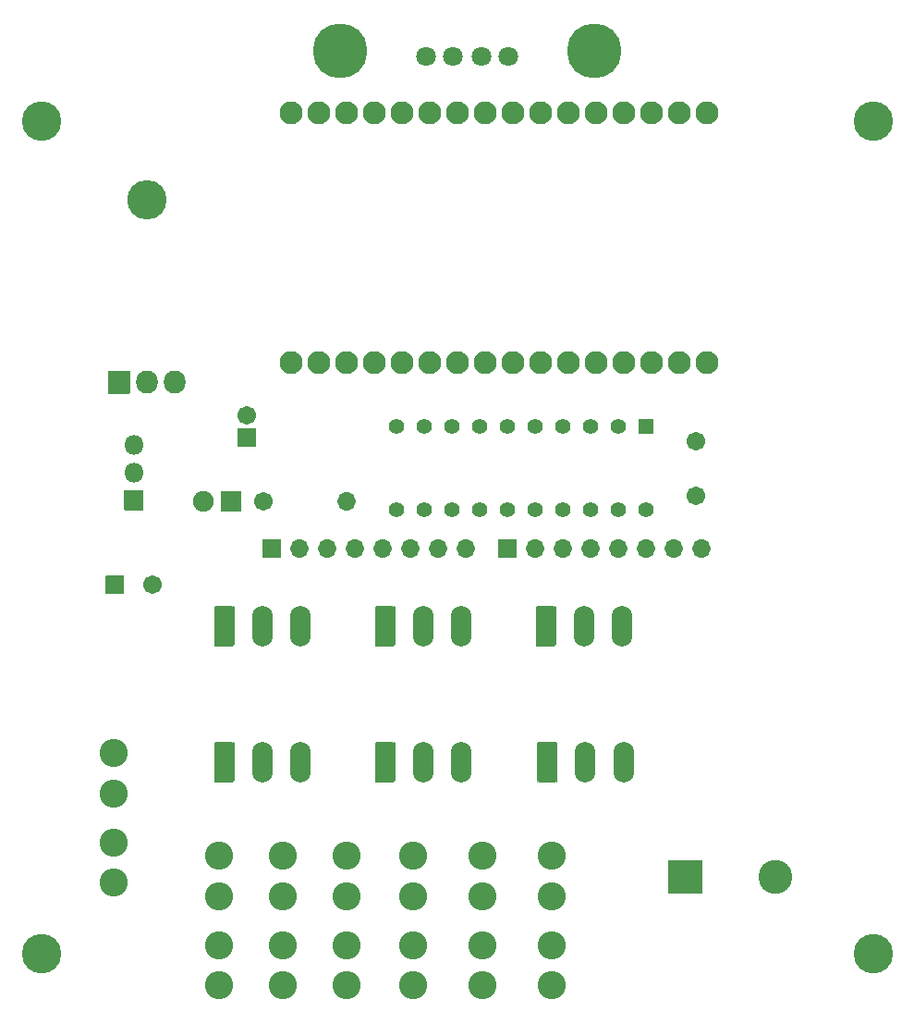
<source format=gbr>
G04 #@! TF.GenerationSoftware,KiCad,Pcbnew,(5.1.10)-1*
G04 #@! TF.CreationDate,2021-09-23T23:44:31-04:00*
G04 #@! TF.ProjectId,LoLin_Pro_Controller,4c6f4c69-6e5f-4507-926f-5f436f6e7472,v2*
G04 #@! TF.SameCoordinates,Original*
G04 #@! TF.FileFunction,Soldermask,Bot*
G04 #@! TF.FilePolarity,Negative*
%FSLAX46Y46*%
G04 Gerber Fmt 4.6, Leading zero omitted, Abs format (unit mm)*
G04 Created by KiCad (PCBNEW (5.1.10)-1) date 2021-09-23 23:44:31*
%MOMM*%
%LPD*%
G01*
G04 APERTURE LIST*
%ADD10C,1.802000*%
%ADD11C,5.000000*%
%ADD12C,2.102000*%
%ADD13C,1.397400*%
%ADD14C,3.102000*%
%ADD15O,1.802000X1.802000*%
%ADD16O,2.007000X2.102000*%
%ADD17O,3.602000X3.602000*%
%ADD18O,1.902000X3.702000*%
%ADD19O,1.702000X1.702000*%
%ADD20C,1.702000*%
%ADD21C,1.902000*%
%ADD22C,3.602000*%
%ADD23C,2.577000*%
%ADD24C,0.100000*%
G04 APERTURE END LIST*
D10*
X155100000Y-45400000D03*
X157600000Y-45400000D03*
X160200000Y-45400000D03*
X162700000Y-45400000D03*
D11*
X147250000Y-44900000D03*
X170550000Y-44900000D03*
D12*
X142720000Y-50550000D03*
X145260000Y-50550000D03*
X147800000Y-50550000D03*
X150340000Y-50550000D03*
X152880000Y-50550000D03*
X155420000Y-50550000D03*
X157960000Y-50550000D03*
X160500000Y-50550000D03*
X163040000Y-50550000D03*
X165580000Y-50550000D03*
X168120000Y-50550000D03*
X170660000Y-50550000D03*
X173200000Y-50550000D03*
X175740000Y-50550000D03*
X178280000Y-50550000D03*
X180820000Y-50550000D03*
X142720000Y-73410000D03*
X145260000Y-73410000D03*
X147800000Y-73410000D03*
X150340000Y-73410000D03*
X152880000Y-73410000D03*
X155420000Y-73410000D03*
X157960000Y-73410000D03*
X160500000Y-73410000D03*
X163040000Y-73410000D03*
X165580000Y-73410000D03*
X168120000Y-73410000D03*
X170660000Y-73410000D03*
X173200000Y-73410000D03*
X175740000Y-73410000D03*
X178280000Y-73410000D03*
X180820000Y-73410000D03*
D13*
X175256000Y-86868000D03*
X172716000Y-86868000D03*
X170176000Y-86868000D03*
X167636000Y-86868000D03*
X165096000Y-86868000D03*
X162556000Y-86868000D03*
X160016000Y-86868000D03*
X157476000Y-86868000D03*
X154936000Y-86868000D03*
X152396000Y-86868000D03*
X152396000Y-79248000D03*
X154936000Y-79248000D03*
X157476000Y-79248000D03*
X160016000Y-79248000D03*
X162556000Y-79248000D03*
X165096000Y-79248000D03*
X167636000Y-79248000D03*
X170176000Y-79248000D03*
X172716000Y-79248000D03*
G36*
G01*
X174608299Y-78549300D02*
X175903701Y-78549300D01*
G75*
G02*
X175954700Y-78600299I0J-50999D01*
G01*
X175954700Y-79895701D01*
G75*
G02*
X175903701Y-79946700I-50999J0D01*
G01*
X174608299Y-79946700D01*
G75*
G02*
X174557300Y-79895701I0J50999D01*
G01*
X174557300Y-78600299D01*
G75*
G02*
X174608299Y-78549300I50999J0D01*
G01*
G37*
G36*
G01*
X177301040Y-121963800D02*
X177301040Y-118963800D01*
G75*
G02*
X177352040Y-118912800I51000J0D01*
G01*
X180352040Y-118912800D01*
G75*
G02*
X180403040Y-118963800I0J-51000D01*
G01*
X180403040Y-121963800D01*
G75*
G02*
X180352040Y-122014800I-51000J0D01*
G01*
X177352040Y-122014800D01*
G75*
G02*
X177301040Y-121963800I0J51000D01*
G01*
G37*
D14*
X187101960Y-120463800D03*
D15*
X128350000Y-80920000D03*
X128350000Y-83460000D03*
G36*
G01*
X129251000Y-85150000D02*
X129251000Y-86850000D01*
G75*
G02*
X129200000Y-86901000I-51000J0D01*
G01*
X127500000Y-86901000D01*
G75*
G02*
X127449000Y-86850000I0J51000D01*
G01*
X127449000Y-85150000D01*
G75*
G02*
X127500000Y-85099000I51000J0D01*
G01*
X129200000Y-85099000D01*
G75*
G02*
X129251000Y-85150000I0J-51000D01*
G01*
G37*
D16*
X132076000Y-75184000D03*
X129536000Y-75184000D03*
G36*
G01*
X125992500Y-76184000D02*
X125992500Y-74184000D01*
G75*
G02*
X126043500Y-74133000I51000J0D01*
G01*
X127948500Y-74133000D01*
G75*
G02*
X127999500Y-74184000I0J-51000D01*
G01*
X127999500Y-76184000D01*
G75*
G02*
X127948500Y-76235000I-51000J0D01*
G01*
X126043500Y-76235000D01*
G75*
G02*
X125992500Y-76184000I0J51000D01*
G01*
G37*
D17*
X129536000Y-58524000D03*
D18*
X173112000Y-97536000D03*
X169612000Y-97536000D03*
G36*
G01*
X165161000Y-99122834D02*
X165161000Y-95949166D01*
G75*
G02*
X165425166Y-95685000I264166J0D01*
G01*
X166798834Y-95685000D01*
G75*
G02*
X167063000Y-95949166I0J-264166D01*
G01*
X167063000Y-99122834D01*
G75*
G02*
X166798834Y-99387000I-264166J0D01*
G01*
X165425166Y-99387000D01*
G75*
G02*
X165161000Y-99122834I0J264166D01*
G01*
G37*
X173224000Y-109982000D03*
X169724000Y-109982000D03*
G36*
G01*
X165273000Y-111568834D02*
X165273000Y-108395166D01*
G75*
G02*
X165537166Y-108131000I264166J0D01*
G01*
X166910834Y-108131000D01*
G75*
G02*
X167175000Y-108395166I0J-264166D01*
G01*
X167175000Y-111568834D01*
G75*
G02*
X166910834Y-111833000I-264166J0D01*
G01*
X165537166Y-111833000D01*
G75*
G02*
X165273000Y-111568834I0J264166D01*
G01*
G37*
D19*
X147824000Y-86106000D03*
D20*
X140204000Y-86106000D03*
D21*
X134710000Y-86106000D03*
G36*
G01*
X138201000Y-85206000D02*
X138201000Y-87006000D01*
G75*
G02*
X138150000Y-87057000I-51000J0D01*
G01*
X136350000Y-87057000D01*
G75*
G02*
X136299000Y-87006000I0J51000D01*
G01*
X136299000Y-85206000D01*
G75*
G02*
X136350000Y-85155000I51000J0D01*
G01*
X138150000Y-85155000D01*
G75*
G02*
X138201000Y-85206000I0J-51000D01*
G01*
G37*
D19*
X180330000Y-90424000D03*
X177790000Y-90424000D03*
X175250000Y-90424000D03*
X172710000Y-90424000D03*
X170170000Y-90424000D03*
X167630000Y-90424000D03*
X165090000Y-90424000D03*
G36*
G01*
X161699000Y-91224000D02*
X161699000Y-89624000D01*
G75*
G02*
X161750000Y-89573000I51000J0D01*
G01*
X163350000Y-89573000D01*
G75*
G02*
X163401000Y-89624000I0J-51000D01*
G01*
X163401000Y-91224000D01*
G75*
G02*
X163350000Y-91275000I-51000J0D01*
G01*
X161750000Y-91275000D01*
G75*
G02*
X161699000Y-91224000I0J51000D01*
G01*
G37*
X158746000Y-90424000D03*
X156206000Y-90424000D03*
X153666000Y-90424000D03*
X151126000Y-90424000D03*
X148586000Y-90424000D03*
X146046000Y-90424000D03*
X143506000Y-90424000D03*
G36*
G01*
X140115000Y-91224000D02*
X140115000Y-89624000D01*
G75*
G02*
X140166000Y-89573000I51000J0D01*
G01*
X141766000Y-89573000D01*
G75*
G02*
X141817000Y-89624000I0J-51000D01*
G01*
X141817000Y-91224000D01*
G75*
G02*
X141766000Y-91275000I-51000J0D01*
G01*
X140166000Y-91275000D01*
G75*
G02*
X140115000Y-91224000I0J51000D01*
G01*
G37*
D20*
X179828000Y-80598000D03*
X179828000Y-85598000D03*
D22*
X119888000Y-51308000D03*
X119888000Y-127508000D03*
X196088000Y-51308000D03*
X196088000Y-127508000D03*
D20*
X130100000Y-93750000D03*
G36*
G01*
X125749000Y-94550000D02*
X125749000Y-92950000D01*
G75*
G02*
X125800000Y-92899000I51000J0D01*
G01*
X127400000Y-92899000D01*
G75*
G02*
X127451000Y-92950000I0J-51000D01*
G01*
X127451000Y-94550000D01*
G75*
G02*
X127400000Y-94601000I-51000J0D01*
G01*
X125800000Y-94601000D01*
G75*
G02*
X125749000Y-94550000I0J51000D01*
G01*
G37*
D23*
X126488000Y-109112000D03*
X126488000Y-121012000D03*
X126488000Y-112812000D03*
X126488000Y-117312000D03*
D18*
X143648000Y-109982000D03*
X140148000Y-109982000D03*
G36*
G01*
X135697000Y-111568834D02*
X135697000Y-108395166D01*
G75*
G02*
X135961166Y-108131000I264166J0D01*
G01*
X137334834Y-108131000D01*
G75*
G02*
X137599000Y-108395166I0J-264166D01*
G01*
X137599000Y-111568834D01*
G75*
G02*
X137334834Y-111833000I-264166J0D01*
G01*
X135961166Y-111833000D01*
G75*
G02*
X135697000Y-111568834I0J264166D01*
G01*
G37*
D23*
X136140000Y-118510000D03*
X136140000Y-130410000D03*
X136140000Y-122210000D03*
X136140000Y-126710000D03*
X166620000Y-118510000D03*
X166620000Y-130410000D03*
X166620000Y-122210000D03*
X166620000Y-126710000D03*
X160270000Y-118510000D03*
X160270000Y-130410000D03*
X160270000Y-122210000D03*
X160270000Y-126710000D03*
X153920000Y-118510000D03*
X153920000Y-130410000D03*
X153920000Y-122210000D03*
X153920000Y-126710000D03*
X147824000Y-118510000D03*
X147824000Y-130410000D03*
X147824000Y-122210000D03*
X147824000Y-126710000D03*
X141982000Y-118510000D03*
X141982000Y-130410000D03*
X141982000Y-122210000D03*
X141982000Y-126710000D03*
D18*
X158380000Y-109982000D03*
X154880000Y-109982000D03*
G36*
G01*
X150429000Y-111568834D02*
X150429000Y-108395166D01*
G75*
G02*
X150693166Y-108131000I264166J0D01*
G01*
X152066834Y-108131000D01*
G75*
G02*
X152331000Y-108395166I0J-264166D01*
G01*
X152331000Y-111568834D01*
G75*
G02*
X152066834Y-111833000I-264166J0D01*
G01*
X150693166Y-111833000D01*
G75*
G02*
X150429000Y-111568834I0J264166D01*
G01*
G37*
X158380000Y-97536000D03*
X154880000Y-97536000D03*
G36*
G01*
X150429000Y-99122834D02*
X150429000Y-95949166D01*
G75*
G02*
X150693166Y-95685000I264166J0D01*
G01*
X152066834Y-95685000D01*
G75*
G02*
X152331000Y-95949166I0J-264166D01*
G01*
X152331000Y-99122834D01*
G75*
G02*
X152066834Y-99387000I-264166J0D01*
G01*
X150693166Y-99387000D01*
G75*
G02*
X150429000Y-99122834I0J264166D01*
G01*
G37*
X143648000Y-97536000D03*
X140148000Y-97536000D03*
G36*
G01*
X135697000Y-99122834D02*
X135697000Y-95949166D01*
G75*
G02*
X135961166Y-95685000I264166J0D01*
G01*
X137334834Y-95685000D01*
G75*
G02*
X137599000Y-95949166I0J-264166D01*
G01*
X137599000Y-99122834D01*
G75*
G02*
X137334834Y-99387000I-264166J0D01*
G01*
X135961166Y-99387000D01*
G75*
G02*
X135697000Y-99122834I0J264166D01*
G01*
G37*
D20*
X138680000Y-78232000D03*
G36*
G01*
X139480000Y-81083000D02*
X137880000Y-81083000D01*
G75*
G02*
X137829000Y-81032000I0J51000D01*
G01*
X137829000Y-79432000D01*
G75*
G02*
X137880000Y-79381000I51000J0D01*
G01*
X139480000Y-79381000D01*
G75*
G02*
X139531000Y-79432000I0J-51000D01*
G01*
X139531000Y-81032000D01*
G75*
G02*
X139480000Y-81083000I-51000J0D01*
G01*
G37*
D24*
G36*
X165274990Y-111568638D02*
G01*
X165280046Y-111619975D01*
X165294965Y-111669157D01*
X165319191Y-111714481D01*
X165351793Y-111754207D01*
X165391519Y-111786809D01*
X165436843Y-111811035D01*
X165486025Y-111825954D01*
X165537362Y-111831010D01*
X165538988Y-111832175D01*
X165538792Y-111834165D01*
X165537166Y-111835000D01*
X165453029Y-111835000D01*
X165452833Y-111834990D01*
X165412889Y-111831056D01*
X165412504Y-111830980D01*
X165379995Y-111821119D01*
X165379633Y-111820969D01*
X165349675Y-111804955D01*
X165349349Y-111804737D01*
X165323090Y-111783187D01*
X165322813Y-111782910D01*
X165301263Y-111756651D01*
X165301045Y-111756325D01*
X165285031Y-111726367D01*
X165284881Y-111726005D01*
X165275020Y-111693496D01*
X165274944Y-111693111D01*
X165271010Y-111653167D01*
X165271000Y-111652971D01*
X165271000Y-111568834D01*
X165272000Y-111567102D01*
X165274000Y-111567102D01*
X165274990Y-111568638D01*
G37*
G36*
X150430990Y-111568638D02*
G01*
X150436046Y-111619975D01*
X150450965Y-111669157D01*
X150475191Y-111714481D01*
X150507793Y-111754207D01*
X150547519Y-111786809D01*
X150592843Y-111811035D01*
X150642025Y-111825954D01*
X150693362Y-111831010D01*
X150694988Y-111832175D01*
X150694792Y-111834165D01*
X150693166Y-111835000D01*
X150609029Y-111835000D01*
X150608833Y-111834990D01*
X150568889Y-111831056D01*
X150568504Y-111830980D01*
X150535995Y-111821119D01*
X150535633Y-111820969D01*
X150505675Y-111804955D01*
X150505349Y-111804737D01*
X150479090Y-111783187D01*
X150478813Y-111782910D01*
X150457263Y-111756651D01*
X150457045Y-111756325D01*
X150441031Y-111726367D01*
X150440881Y-111726005D01*
X150431020Y-111693496D01*
X150430944Y-111693111D01*
X150427010Y-111653167D01*
X150427000Y-111652971D01*
X150427000Y-111568834D01*
X150428000Y-111567102D01*
X150430000Y-111567102D01*
X150430990Y-111568638D01*
G37*
G36*
X167176165Y-111567208D02*
G01*
X167177000Y-111568834D01*
X167177000Y-111652971D01*
X167176990Y-111653167D01*
X167173056Y-111693111D01*
X167172980Y-111693496D01*
X167163119Y-111726005D01*
X167162969Y-111726367D01*
X167146955Y-111756325D01*
X167146737Y-111756651D01*
X167125187Y-111782910D01*
X167124910Y-111783187D01*
X167098651Y-111804737D01*
X167098325Y-111804955D01*
X167068367Y-111820969D01*
X167068005Y-111821119D01*
X167035496Y-111830980D01*
X167035111Y-111831056D01*
X166995167Y-111834990D01*
X166994971Y-111835000D01*
X166910834Y-111835000D01*
X166909102Y-111834000D01*
X166909102Y-111832000D01*
X166910638Y-111831010D01*
X166961975Y-111825954D01*
X167011157Y-111811035D01*
X167056481Y-111786809D01*
X167096207Y-111754207D01*
X167128809Y-111714481D01*
X167153035Y-111669157D01*
X167167954Y-111619975D01*
X167173010Y-111568638D01*
X167174175Y-111567012D01*
X167176165Y-111567208D01*
G37*
G36*
X137600165Y-111567208D02*
G01*
X137601000Y-111568834D01*
X137601000Y-111652971D01*
X137600990Y-111653167D01*
X137597056Y-111693111D01*
X137596980Y-111693496D01*
X137587119Y-111726005D01*
X137586969Y-111726367D01*
X137570955Y-111756325D01*
X137570737Y-111756651D01*
X137549187Y-111782910D01*
X137548910Y-111783187D01*
X137522651Y-111804737D01*
X137522325Y-111804955D01*
X137492367Y-111820969D01*
X137492005Y-111821119D01*
X137459496Y-111830980D01*
X137459111Y-111831056D01*
X137419167Y-111834990D01*
X137418971Y-111835000D01*
X137334834Y-111835000D01*
X137333102Y-111834000D01*
X137333102Y-111832000D01*
X137334638Y-111831010D01*
X137385975Y-111825954D01*
X137435157Y-111811035D01*
X137480481Y-111786809D01*
X137520207Y-111754207D01*
X137552809Y-111714481D01*
X137577035Y-111669157D01*
X137591954Y-111619975D01*
X137597010Y-111568638D01*
X137598175Y-111567012D01*
X137600165Y-111567208D01*
G37*
G36*
X152332165Y-111567208D02*
G01*
X152333000Y-111568834D01*
X152333000Y-111652971D01*
X152332990Y-111653167D01*
X152329056Y-111693111D01*
X152328980Y-111693496D01*
X152319119Y-111726005D01*
X152318969Y-111726367D01*
X152302955Y-111756325D01*
X152302737Y-111756651D01*
X152281187Y-111782910D01*
X152280910Y-111783187D01*
X152254651Y-111804737D01*
X152254325Y-111804955D01*
X152224367Y-111820969D01*
X152224005Y-111821119D01*
X152191496Y-111830980D01*
X152191111Y-111831056D01*
X152151167Y-111834990D01*
X152150971Y-111835000D01*
X152066834Y-111835000D01*
X152065102Y-111834000D01*
X152065102Y-111832000D01*
X152066638Y-111831010D01*
X152117975Y-111825954D01*
X152167157Y-111811035D01*
X152212481Y-111786809D01*
X152252207Y-111754207D01*
X152284809Y-111714481D01*
X152309035Y-111669157D01*
X152323954Y-111619975D01*
X152329010Y-111568638D01*
X152330175Y-111567012D01*
X152332165Y-111567208D01*
G37*
G36*
X135698990Y-111568638D02*
G01*
X135704046Y-111619975D01*
X135718965Y-111669157D01*
X135743191Y-111714481D01*
X135775793Y-111754207D01*
X135815519Y-111786809D01*
X135860843Y-111811035D01*
X135910025Y-111825954D01*
X135961362Y-111831010D01*
X135962988Y-111832175D01*
X135962792Y-111834165D01*
X135961166Y-111835000D01*
X135877029Y-111835000D01*
X135876833Y-111834990D01*
X135836889Y-111831056D01*
X135836504Y-111830980D01*
X135803995Y-111821119D01*
X135803633Y-111820969D01*
X135773675Y-111804955D01*
X135773349Y-111804737D01*
X135747090Y-111783187D01*
X135746813Y-111782910D01*
X135725263Y-111756651D01*
X135725045Y-111756325D01*
X135709031Y-111726367D01*
X135708881Y-111726005D01*
X135699020Y-111693496D01*
X135698944Y-111693111D01*
X135695010Y-111653167D01*
X135695000Y-111652971D01*
X135695000Y-111568834D01*
X135696000Y-111567102D01*
X135698000Y-111567102D01*
X135698990Y-111568638D01*
G37*
G36*
X165538898Y-108130000D02*
G01*
X165538898Y-108132000D01*
X165537362Y-108132990D01*
X165486025Y-108138046D01*
X165436843Y-108152965D01*
X165391519Y-108177191D01*
X165351793Y-108209793D01*
X165319191Y-108249519D01*
X165294965Y-108294843D01*
X165280046Y-108344025D01*
X165274990Y-108395362D01*
X165273825Y-108396988D01*
X165271835Y-108396792D01*
X165271000Y-108395166D01*
X165271000Y-108311029D01*
X165271010Y-108310833D01*
X165274944Y-108270889D01*
X165275020Y-108270504D01*
X165284881Y-108237995D01*
X165285031Y-108237633D01*
X165301045Y-108207675D01*
X165301263Y-108207349D01*
X165322813Y-108181090D01*
X165323090Y-108180813D01*
X165349349Y-108159263D01*
X165349675Y-108159045D01*
X165379633Y-108143031D01*
X165379995Y-108142881D01*
X165412504Y-108133020D01*
X165412889Y-108132944D01*
X165452833Y-108129010D01*
X165453029Y-108129000D01*
X165537166Y-108129000D01*
X165538898Y-108130000D01*
G37*
G36*
X150694898Y-108130000D02*
G01*
X150694898Y-108132000D01*
X150693362Y-108132990D01*
X150642025Y-108138046D01*
X150592843Y-108152965D01*
X150547519Y-108177191D01*
X150507793Y-108209793D01*
X150475191Y-108249519D01*
X150450965Y-108294843D01*
X150436046Y-108344025D01*
X150430990Y-108395362D01*
X150429825Y-108396988D01*
X150427835Y-108396792D01*
X150427000Y-108395166D01*
X150427000Y-108311029D01*
X150427010Y-108310833D01*
X150430944Y-108270889D01*
X150431020Y-108270504D01*
X150440881Y-108237995D01*
X150441031Y-108237633D01*
X150457045Y-108207675D01*
X150457263Y-108207349D01*
X150478813Y-108181090D01*
X150479090Y-108180813D01*
X150505349Y-108159263D01*
X150505675Y-108159045D01*
X150535633Y-108143031D01*
X150535995Y-108142881D01*
X150568504Y-108133020D01*
X150568889Y-108132944D01*
X150608833Y-108129010D01*
X150609029Y-108129000D01*
X150693166Y-108129000D01*
X150694898Y-108130000D01*
G37*
G36*
X135962898Y-108130000D02*
G01*
X135962898Y-108132000D01*
X135961362Y-108132990D01*
X135910025Y-108138046D01*
X135860843Y-108152965D01*
X135815519Y-108177191D01*
X135775793Y-108209793D01*
X135743191Y-108249519D01*
X135718965Y-108294843D01*
X135704046Y-108344025D01*
X135698990Y-108395362D01*
X135697825Y-108396988D01*
X135695835Y-108396792D01*
X135695000Y-108395166D01*
X135695000Y-108311029D01*
X135695010Y-108310833D01*
X135698944Y-108270889D01*
X135699020Y-108270504D01*
X135708881Y-108237995D01*
X135709031Y-108237633D01*
X135725045Y-108207675D01*
X135725263Y-108207349D01*
X135746813Y-108181090D01*
X135747090Y-108180813D01*
X135773349Y-108159263D01*
X135773675Y-108159045D01*
X135803633Y-108143031D01*
X135803995Y-108142881D01*
X135836504Y-108133020D01*
X135836889Y-108132944D01*
X135876833Y-108129010D01*
X135877029Y-108129000D01*
X135961166Y-108129000D01*
X135962898Y-108130000D01*
G37*
G36*
X137419167Y-108129010D02*
G01*
X137459111Y-108132944D01*
X137459496Y-108133020D01*
X137492005Y-108142881D01*
X137492367Y-108143031D01*
X137522325Y-108159045D01*
X137522651Y-108159263D01*
X137548910Y-108180813D01*
X137549187Y-108181090D01*
X137570737Y-108207349D01*
X137570955Y-108207675D01*
X137586969Y-108237633D01*
X137587119Y-108237995D01*
X137596980Y-108270504D01*
X137597056Y-108270889D01*
X137600990Y-108310833D01*
X137601000Y-108311029D01*
X137601000Y-108395166D01*
X137600000Y-108396898D01*
X137598000Y-108396898D01*
X137597010Y-108395362D01*
X137591954Y-108344025D01*
X137577035Y-108294843D01*
X137552809Y-108249519D01*
X137520207Y-108209793D01*
X137480481Y-108177191D01*
X137435157Y-108152965D01*
X137385975Y-108138046D01*
X137334638Y-108132990D01*
X137333012Y-108131825D01*
X137333208Y-108129835D01*
X137334834Y-108129000D01*
X137418971Y-108129000D01*
X137419167Y-108129010D01*
G37*
G36*
X166995167Y-108129010D02*
G01*
X167035111Y-108132944D01*
X167035496Y-108133020D01*
X167068005Y-108142881D01*
X167068367Y-108143031D01*
X167098325Y-108159045D01*
X167098651Y-108159263D01*
X167124910Y-108180813D01*
X167125187Y-108181090D01*
X167146737Y-108207349D01*
X167146955Y-108207675D01*
X167162969Y-108237633D01*
X167163119Y-108237995D01*
X167172980Y-108270504D01*
X167173056Y-108270889D01*
X167176990Y-108310833D01*
X167177000Y-108311029D01*
X167177000Y-108395166D01*
X167176000Y-108396898D01*
X167174000Y-108396898D01*
X167173010Y-108395362D01*
X167167954Y-108344025D01*
X167153035Y-108294843D01*
X167128809Y-108249519D01*
X167096207Y-108209793D01*
X167056481Y-108177191D01*
X167011157Y-108152965D01*
X166961975Y-108138046D01*
X166910638Y-108132990D01*
X166909012Y-108131825D01*
X166909208Y-108129835D01*
X166910834Y-108129000D01*
X166994971Y-108129000D01*
X166995167Y-108129010D01*
G37*
G36*
X152151167Y-108129010D02*
G01*
X152191111Y-108132944D01*
X152191496Y-108133020D01*
X152224005Y-108142881D01*
X152224367Y-108143031D01*
X152254325Y-108159045D01*
X152254651Y-108159263D01*
X152280910Y-108180813D01*
X152281187Y-108181090D01*
X152302737Y-108207349D01*
X152302955Y-108207675D01*
X152318969Y-108237633D01*
X152319119Y-108237995D01*
X152328980Y-108270504D01*
X152329056Y-108270889D01*
X152332990Y-108310833D01*
X152333000Y-108311029D01*
X152333000Y-108395166D01*
X152332000Y-108396898D01*
X152330000Y-108396898D01*
X152329010Y-108395362D01*
X152323954Y-108344025D01*
X152309035Y-108294843D01*
X152284809Y-108249519D01*
X152252207Y-108209793D01*
X152212481Y-108177191D01*
X152167157Y-108152965D01*
X152117975Y-108138046D01*
X152066638Y-108132990D01*
X152065012Y-108131825D01*
X152065208Y-108129835D01*
X152066834Y-108129000D01*
X152150971Y-108129000D01*
X152151167Y-108129010D01*
G37*
G36*
X167064165Y-99121208D02*
G01*
X167065000Y-99122834D01*
X167065000Y-99206971D01*
X167064990Y-99207167D01*
X167061056Y-99247111D01*
X167060980Y-99247496D01*
X167051119Y-99280005D01*
X167050969Y-99280367D01*
X167034955Y-99310325D01*
X167034737Y-99310651D01*
X167013187Y-99336910D01*
X167012910Y-99337187D01*
X166986651Y-99358737D01*
X166986325Y-99358955D01*
X166956367Y-99374969D01*
X166956005Y-99375119D01*
X166923496Y-99384980D01*
X166923111Y-99385056D01*
X166883167Y-99388990D01*
X166882971Y-99389000D01*
X166798834Y-99389000D01*
X166797102Y-99388000D01*
X166797102Y-99386000D01*
X166798638Y-99385010D01*
X166849975Y-99379954D01*
X166899157Y-99365035D01*
X166944481Y-99340809D01*
X166984207Y-99308207D01*
X167016809Y-99268481D01*
X167041035Y-99223157D01*
X167055954Y-99173975D01*
X167061010Y-99122638D01*
X167062175Y-99121012D01*
X167064165Y-99121208D01*
G37*
G36*
X165162990Y-99122638D02*
G01*
X165168046Y-99173975D01*
X165182965Y-99223157D01*
X165207191Y-99268481D01*
X165239793Y-99308207D01*
X165279519Y-99340809D01*
X165324843Y-99365035D01*
X165374025Y-99379954D01*
X165425362Y-99385010D01*
X165426988Y-99386175D01*
X165426792Y-99388165D01*
X165425166Y-99389000D01*
X165341029Y-99389000D01*
X165340833Y-99388990D01*
X165300889Y-99385056D01*
X165300504Y-99384980D01*
X165267995Y-99375119D01*
X165267633Y-99374969D01*
X165237675Y-99358955D01*
X165237349Y-99358737D01*
X165211090Y-99337187D01*
X165210813Y-99336910D01*
X165189263Y-99310651D01*
X165189045Y-99310325D01*
X165173031Y-99280367D01*
X165172881Y-99280005D01*
X165163020Y-99247496D01*
X165162944Y-99247111D01*
X165159010Y-99207167D01*
X165159000Y-99206971D01*
X165159000Y-99122834D01*
X165160000Y-99121102D01*
X165162000Y-99121102D01*
X165162990Y-99122638D01*
G37*
G36*
X135698990Y-99122638D02*
G01*
X135704046Y-99173975D01*
X135718965Y-99223157D01*
X135743191Y-99268481D01*
X135775793Y-99308207D01*
X135815519Y-99340809D01*
X135860843Y-99365035D01*
X135910025Y-99379954D01*
X135961362Y-99385010D01*
X135962988Y-99386175D01*
X135962792Y-99388165D01*
X135961166Y-99389000D01*
X135877029Y-99389000D01*
X135876833Y-99388990D01*
X135836889Y-99385056D01*
X135836504Y-99384980D01*
X135803995Y-99375119D01*
X135803633Y-99374969D01*
X135773675Y-99358955D01*
X135773349Y-99358737D01*
X135747090Y-99337187D01*
X135746813Y-99336910D01*
X135725263Y-99310651D01*
X135725045Y-99310325D01*
X135709031Y-99280367D01*
X135708881Y-99280005D01*
X135699020Y-99247496D01*
X135698944Y-99247111D01*
X135695010Y-99207167D01*
X135695000Y-99206971D01*
X135695000Y-99122834D01*
X135696000Y-99121102D01*
X135698000Y-99121102D01*
X135698990Y-99122638D01*
G37*
G36*
X150430990Y-99122638D02*
G01*
X150436046Y-99173975D01*
X150450965Y-99223157D01*
X150475191Y-99268481D01*
X150507793Y-99308207D01*
X150547519Y-99340809D01*
X150592843Y-99365035D01*
X150642025Y-99379954D01*
X150693362Y-99385010D01*
X150694988Y-99386175D01*
X150694792Y-99388165D01*
X150693166Y-99389000D01*
X150609029Y-99389000D01*
X150608833Y-99388990D01*
X150568889Y-99385056D01*
X150568504Y-99384980D01*
X150535995Y-99375119D01*
X150535633Y-99374969D01*
X150505675Y-99358955D01*
X150505349Y-99358737D01*
X150479090Y-99337187D01*
X150478813Y-99336910D01*
X150457263Y-99310651D01*
X150457045Y-99310325D01*
X150441031Y-99280367D01*
X150440881Y-99280005D01*
X150431020Y-99247496D01*
X150430944Y-99247111D01*
X150427010Y-99207167D01*
X150427000Y-99206971D01*
X150427000Y-99122834D01*
X150428000Y-99121102D01*
X150430000Y-99121102D01*
X150430990Y-99122638D01*
G37*
G36*
X152332165Y-99121208D02*
G01*
X152333000Y-99122834D01*
X152333000Y-99206971D01*
X152332990Y-99207167D01*
X152329056Y-99247111D01*
X152328980Y-99247496D01*
X152319119Y-99280005D01*
X152318969Y-99280367D01*
X152302955Y-99310325D01*
X152302737Y-99310651D01*
X152281187Y-99336910D01*
X152280910Y-99337187D01*
X152254651Y-99358737D01*
X152254325Y-99358955D01*
X152224367Y-99374969D01*
X152224005Y-99375119D01*
X152191496Y-99384980D01*
X152191111Y-99385056D01*
X152151167Y-99388990D01*
X152150971Y-99389000D01*
X152066834Y-99389000D01*
X152065102Y-99388000D01*
X152065102Y-99386000D01*
X152066638Y-99385010D01*
X152117975Y-99379954D01*
X152167157Y-99365035D01*
X152212481Y-99340809D01*
X152252207Y-99308207D01*
X152284809Y-99268481D01*
X152309035Y-99223157D01*
X152323954Y-99173975D01*
X152329010Y-99122638D01*
X152330175Y-99121012D01*
X152332165Y-99121208D01*
G37*
G36*
X137600165Y-99121208D02*
G01*
X137601000Y-99122834D01*
X137601000Y-99206971D01*
X137600990Y-99207167D01*
X137597056Y-99247111D01*
X137596980Y-99247496D01*
X137587119Y-99280005D01*
X137586969Y-99280367D01*
X137570955Y-99310325D01*
X137570737Y-99310651D01*
X137549187Y-99336910D01*
X137548910Y-99337187D01*
X137522651Y-99358737D01*
X137522325Y-99358955D01*
X137492367Y-99374969D01*
X137492005Y-99375119D01*
X137459496Y-99384980D01*
X137459111Y-99385056D01*
X137419167Y-99388990D01*
X137418971Y-99389000D01*
X137334834Y-99389000D01*
X137333102Y-99388000D01*
X137333102Y-99386000D01*
X137334638Y-99385010D01*
X137385975Y-99379954D01*
X137435157Y-99365035D01*
X137480481Y-99340809D01*
X137520207Y-99308207D01*
X137552809Y-99268481D01*
X137577035Y-99223157D01*
X137591954Y-99173975D01*
X137597010Y-99122638D01*
X137598175Y-99121012D01*
X137600165Y-99121208D01*
G37*
G36*
X135962898Y-95684000D02*
G01*
X135962898Y-95686000D01*
X135961362Y-95686990D01*
X135910025Y-95692046D01*
X135860843Y-95706965D01*
X135815519Y-95731191D01*
X135775793Y-95763793D01*
X135743191Y-95803519D01*
X135718965Y-95848843D01*
X135704046Y-95898025D01*
X135698990Y-95949362D01*
X135697825Y-95950988D01*
X135695835Y-95950792D01*
X135695000Y-95949166D01*
X135695000Y-95865029D01*
X135695010Y-95864833D01*
X135698944Y-95824889D01*
X135699020Y-95824504D01*
X135708881Y-95791995D01*
X135709031Y-95791633D01*
X135725045Y-95761675D01*
X135725263Y-95761349D01*
X135746813Y-95735090D01*
X135747090Y-95734813D01*
X135773349Y-95713263D01*
X135773675Y-95713045D01*
X135803633Y-95697031D01*
X135803995Y-95696881D01*
X135836504Y-95687020D01*
X135836889Y-95686944D01*
X135876833Y-95683010D01*
X135877029Y-95683000D01*
X135961166Y-95683000D01*
X135962898Y-95684000D01*
G37*
G36*
X150694898Y-95684000D02*
G01*
X150694898Y-95686000D01*
X150693362Y-95686990D01*
X150642025Y-95692046D01*
X150592843Y-95706965D01*
X150547519Y-95731191D01*
X150507793Y-95763793D01*
X150475191Y-95803519D01*
X150450965Y-95848843D01*
X150436046Y-95898025D01*
X150430990Y-95949362D01*
X150429825Y-95950988D01*
X150427835Y-95950792D01*
X150427000Y-95949166D01*
X150427000Y-95865029D01*
X150427010Y-95864833D01*
X150430944Y-95824889D01*
X150431020Y-95824504D01*
X150440881Y-95791995D01*
X150441031Y-95791633D01*
X150457045Y-95761675D01*
X150457263Y-95761349D01*
X150478813Y-95735090D01*
X150479090Y-95734813D01*
X150505349Y-95713263D01*
X150505675Y-95713045D01*
X150535633Y-95697031D01*
X150535995Y-95696881D01*
X150568504Y-95687020D01*
X150568889Y-95686944D01*
X150608833Y-95683010D01*
X150609029Y-95683000D01*
X150693166Y-95683000D01*
X150694898Y-95684000D01*
G37*
G36*
X165426898Y-95684000D02*
G01*
X165426898Y-95686000D01*
X165425362Y-95686990D01*
X165374025Y-95692046D01*
X165324843Y-95706965D01*
X165279519Y-95731191D01*
X165239793Y-95763793D01*
X165207191Y-95803519D01*
X165182965Y-95848843D01*
X165168046Y-95898025D01*
X165162990Y-95949362D01*
X165161825Y-95950988D01*
X165159835Y-95950792D01*
X165159000Y-95949166D01*
X165159000Y-95865029D01*
X165159010Y-95864833D01*
X165162944Y-95824889D01*
X165163020Y-95824504D01*
X165172881Y-95791995D01*
X165173031Y-95791633D01*
X165189045Y-95761675D01*
X165189263Y-95761349D01*
X165210813Y-95735090D01*
X165211090Y-95734813D01*
X165237349Y-95713263D01*
X165237675Y-95713045D01*
X165267633Y-95697031D01*
X165267995Y-95696881D01*
X165300504Y-95687020D01*
X165300889Y-95686944D01*
X165340833Y-95683010D01*
X165341029Y-95683000D01*
X165425166Y-95683000D01*
X165426898Y-95684000D01*
G37*
G36*
X137419167Y-95683010D02*
G01*
X137459111Y-95686944D01*
X137459496Y-95687020D01*
X137492005Y-95696881D01*
X137492367Y-95697031D01*
X137522325Y-95713045D01*
X137522651Y-95713263D01*
X137548910Y-95734813D01*
X137549187Y-95735090D01*
X137570737Y-95761349D01*
X137570955Y-95761675D01*
X137586969Y-95791633D01*
X137587119Y-95791995D01*
X137596980Y-95824504D01*
X137597056Y-95824889D01*
X137600990Y-95864833D01*
X137601000Y-95865029D01*
X137601000Y-95949166D01*
X137600000Y-95950898D01*
X137598000Y-95950898D01*
X137597010Y-95949362D01*
X137591954Y-95898025D01*
X137577035Y-95848843D01*
X137552809Y-95803519D01*
X137520207Y-95763793D01*
X137480481Y-95731191D01*
X137435157Y-95706965D01*
X137385975Y-95692046D01*
X137334638Y-95686990D01*
X137333012Y-95685825D01*
X137333208Y-95683835D01*
X137334834Y-95683000D01*
X137418971Y-95683000D01*
X137419167Y-95683010D01*
G37*
G36*
X152151167Y-95683010D02*
G01*
X152191111Y-95686944D01*
X152191496Y-95687020D01*
X152224005Y-95696881D01*
X152224367Y-95697031D01*
X152254325Y-95713045D01*
X152254651Y-95713263D01*
X152280910Y-95734813D01*
X152281187Y-95735090D01*
X152302737Y-95761349D01*
X152302955Y-95761675D01*
X152318969Y-95791633D01*
X152319119Y-95791995D01*
X152328980Y-95824504D01*
X152329056Y-95824889D01*
X152332990Y-95864833D01*
X152333000Y-95865029D01*
X152333000Y-95949166D01*
X152332000Y-95950898D01*
X152330000Y-95950898D01*
X152329010Y-95949362D01*
X152323954Y-95898025D01*
X152309035Y-95848843D01*
X152284809Y-95803519D01*
X152252207Y-95763793D01*
X152212481Y-95731191D01*
X152167157Y-95706965D01*
X152117975Y-95692046D01*
X152066638Y-95686990D01*
X152065012Y-95685825D01*
X152065208Y-95683835D01*
X152066834Y-95683000D01*
X152150971Y-95683000D01*
X152151167Y-95683010D01*
G37*
G36*
X166883167Y-95683010D02*
G01*
X166923111Y-95686944D01*
X166923496Y-95687020D01*
X166956005Y-95696881D01*
X166956367Y-95697031D01*
X166986325Y-95713045D01*
X166986651Y-95713263D01*
X167012910Y-95734813D01*
X167013187Y-95735090D01*
X167034737Y-95761349D01*
X167034955Y-95761675D01*
X167050969Y-95791633D01*
X167051119Y-95791995D01*
X167060980Y-95824504D01*
X167061056Y-95824889D01*
X167064990Y-95864833D01*
X167065000Y-95865029D01*
X167065000Y-95949166D01*
X167064000Y-95950898D01*
X167062000Y-95950898D01*
X167061010Y-95949362D01*
X167055954Y-95898025D01*
X167041035Y-95848843D01*
X167016809Y-95803519D01*
X166984207Y-95763793D01*
X166944481Y-95731191D01*
X166899157Y-95706965D01*
X166849975Y-95692046D01*
X166798638Y-95686990D01*
X166797012Y-95685825D01*
X166797208Y-95683835D01*
X166798834Y-95683000D01*
X166882971Y-95683000D01*
X166883167Y-95683010D01*
G37*
M02*

</source>
